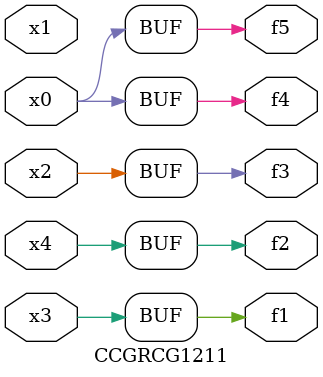
<source format=v>
module CCGRCG1211(
	input x0, x1, x2, x3, x4,
	output f1, f2, f3, f4, f5
);
	assign f1 = x3;
	assign f2 = x4;
	assign f3 = x2;
	assign f4 = x0;
	assign f5 = x0;
endmodule

</source>
